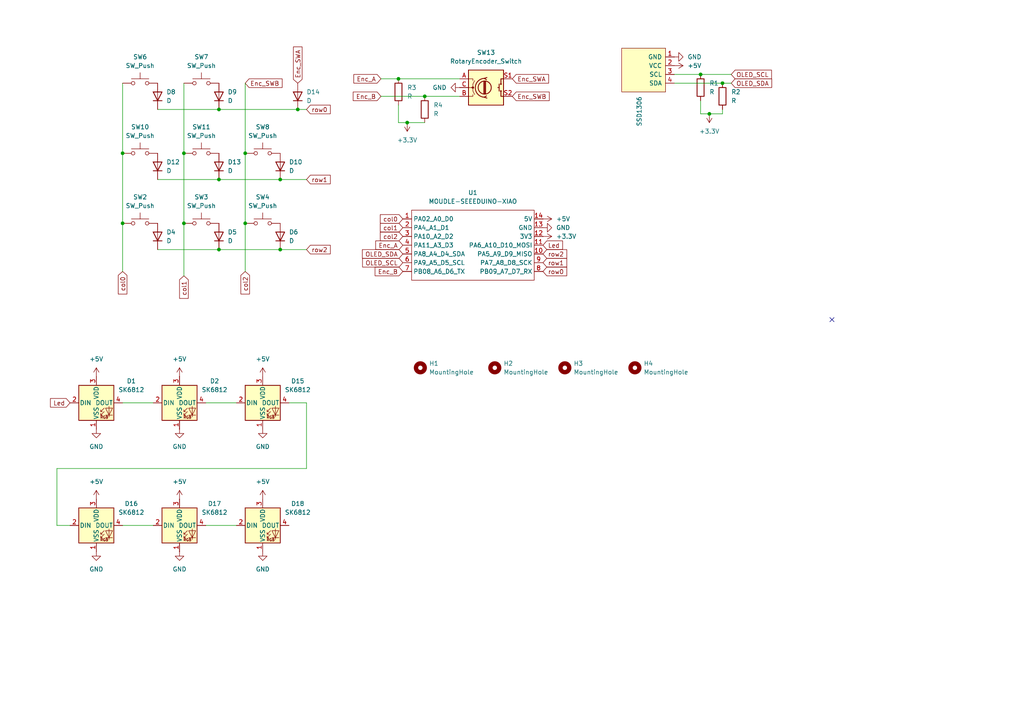
<source format=kicad_sch>
(kicad_sch (version 20231120) (generator "eeschema") (generator_version "8.0")
  (paper "A4")
  (lib_symbols
    (symbol "Device:D" (pin_numbers hide) (pin_names (offset 1.016) hide)
      (property "Reference" "D" (at 0 2.54 0))
      (property "Value" "D" (at 0 -2.54 0))
      (symbol "D_0_1"
        (polyline (pts (xy -1.27 1.27) (xy -1.27 -1.27)) (stroke (width 0.254)))
        (polyline (pts (xy 1.27 0) (xy -1.27 0)))
        (polyline (pts (xy 1.27 1.27) (xy 1.27 -1.27) (xy -1.27 0) (xy 1.27 1.27)) (stroke (width 0.254)))
      )
      (symbol "D_1_1"
        (pin passive line (at -3.81 0 0) (length 2.54) (name "K") (number "1"))
        (pin passive line (at 3.81 0 180) (length 2.54) (name "A") (number "2"))
      )
    )
    (symbol "Device:R" (pin_numbers hide) (pin_names (offset 0))
      (property "Reference" "R" (at 2.032 0 90))
      (property "Value" "R" (at 0 0 90))
      (symbol "R_0_1"
        (rectangle (start -1.016 -2.54) (end 1.016 2.54) (stroke (width 0.254)))
      )
      (symbol "R_1_1"
        (pin passive line (at 0 3.81 270) (length 1.27) (name "~") (number "1"))
        (pin passive line (at 0 -3.81 90) (length 1.27) (name "~") (number "2"))
      )
    )
    (symbol "Device:RotaryEncoder_Switch" (pin_names (offset 0.254) hide)
      (property "Reference" "SW" (at 0 6.604 0))
      (property "Value" "RotaryEncoder_Switch" (at 0 -6.604 0))
      (symbol "RotaryEncoder_Switch_0_1"
        (rectangle (start -5.08 5.08) (end 5.08 -5.08) (stroke (width 0.254)) (fill (type background)))
        (circle (center -3.81 0) (radius 0.254) (fill (type outline)))
        (circle (center -0.381 0) (radius 1.905) (stroke (width 0.254)))
        (arc (start -0.381 2.667) (mid -3.0988 -0.0635) (end -0.381 -2.794) (stroke (width 0.254)))
        (polyline (pts (xy -0.635 -1.778) (xy -0.635 1.778)) (stroke (width 0.254)))
        (polyline (pts (xy -0.381 -1.778) (xy -0.381 1.778)) (stroke (width 0.254)))
        (polyline (pts (xy -0.127 1.778) (xy -0.127 -1.778)) (stroke (width 0.254)))
        (polyline (pts (xy 3.81 0) (xy 3.429 0)) (stroke (width 0.254)))
        (polyline (pts (xy 3.81 1.016) (xy 3.81 -1.016)) (stroke (width 0.254)))
        (polyline (pts (xy -5.08 -2.54) (xy -3.81 -2.54) (xy -3.81 -2.032)))
        (polyline (pts (xy -5.08 2.54) (xy -3.81 2.54) (xy -3.81 2.032)))
        (polyline (pts (xy 0.254 -3.048) (xy -0.508 -2.794) (xy 0.127 -2.413)) (stroke (width 0.254)))
        (polyline (pts (xy 0.254 2.921) (xy -0.508 2.667) (xy 0.127 2.286)) (stroke (width 0.254)))
        (polyline (pts (xy 5.08 -2.54) (xy 4.318 -2.54) (xy 4.318 -1.016)) (stroke (width 0.254)))
        (polyline (pts (xy 5.08 2.54) (xy 4.318 2.54) (xy 4.318 1.016)) (stroke (width 0.254)))
        (polyline (pts (xy -5.08 0) (xy -3.81 0) (xy -3.81 -1.016) (xy -3.302 -2.032)))
        (polyline (pts (xy -4.318 0) (xy -3.81 0) (xy -3.81 1.016) (xy -3.302 2.032)))
        (circle (center 4.318 -1.016) (radius 0.127) (stroke (width 0.254)))
        (circle (center 4.318 1.016) (radius 0.127) (stroke (width 0.254)))
      )
      (symbol "RotaryEncoder_Switch_1_1"
        (pin passive line (at -7.62 2.54 0) (length 2.54) (name "A") (number "A"))
        (pin passive line (at -7.62 -2.54 0) (length 2.54) (name "B") (number "B"))
        (pin passive line (at -7.62 0 0) (length 2.54) (name "C") (number "C"))
        (pin passive line (at 7.62 2.54 180) (length 2.54) (name "S1") (number "S1"))
        (pin passive line (at 7.62 -2.54 180) (length 2.54) (name "S2") (number "S2"))
      )
    )
    (symbol "LED:SK6812" (pin_names (offset 0.254))
      (property "Reference" "D" (at 5.08 5.715 0))
      (property "Value" "SK6812" (at 1.27 -5.715 0))
      (symbol "SK6812_0_0"
        (text "RGB" (at 2.286 -4.191 0) (effects (font (size 0.762 0.762))))
      )
      (symbol "SK6812_0_1"
        (polyline (pts (xy 1.27 -3.556) (xy 1.778 -3.556)))
        (polyline (pts (xy 1.27 -2.54) (xy 1.778 -2.54)))
        (polyline (pts (xy 4.699 -3.556) (xy 2.667 -3.556)))
        (polyline (pts (xy 2.286 -2.54) (xy 1.27 -3.556) (xy 1.27 -3.048)))
        (polyline (pts (xy 2.286 -1.524) (xy 1.27 -2.54) (xy 1.27 -2.032)))
        (polyline (pts (xy 3.683 -1.016) (xy 3.683 -3.556) (xy 3.683 -4.064)))
        (polyline (pts (xy 4.699 -1.524) (xy 2.667 -1.524) (xy 3.683 -3.556) (xy 4.699 -1.524)))
        (rectangle (start 5.08 5.08) (end -5.08 -5.08) (stroke (width 0.254)) (fill (type background)))
      )
      (symbol "SK6812_1_1"
        (pin power_in line (at 0 -7.62 90) (length 2.54) (name "VSS") (number "1"))
        (pin input line (at -7.62 0 0) (length 2.54) (name "DIN") (number "2"))
        (pin power_in line (at 0 7.62 270) (length 2.54) (name "VDD") (number "3"))
        (pin output line (at 7.62 0 180) (length 2.54) (name "DOUT") (number "4"))
      )
    )
    (symbol "Mechanical:MountingHole" (pin_names (offset 1.016)) (exclude_from_sim yes) (in_bom no)
      (property "Reference" "H" (at 0 5.08 0))
      (property "Value" "MountingHole" (at 0 3.175 0))
      (symbol "MountingHole_0_1"
        (circle (center 0 0) (radius 1.27) (stroke (width 1.27)))
      )
    )
    (symbol "SSD1306-128x64_OLED:SSD1306" (pin_names (offset 1.016))
      (property "Reference" "Brd" (at 0 -3.81 0))
      (property "Value" "SSD1306" (at 0 -1.27 0))
      (symbol "SSD1306_0_1"
        (rectangle (start -6.35 6.35) (end 6.35 -6.35) (fill (type background)))
      )
      (symbol "SSD1306_1_1"
        (pin input line (at -3.81 8.89 270) (length 2.54) (name "GND") (number "1"))
        (pin input line (at -1.27 8.89 270) (length 2.54) (name "VCC") (number "2"))
        (pin input line (at 1.27 8.89 270) (length 2.54) (name "SCL") (number "3"))
        (pin input line (at 3.81 8.89 270) (length 2.54) (name "SDA") (number "4"))
      )
    )
    (symbol "Switch:SW_Push" (pin_numbers hide) (pin_names (offset 1.016) hide)
      (property "Reference" "SW" (at 1.27 2.54 0))
      (property "Value" "SW_Push" (at 0 -1.524 0))
      (symbol "SW_Push_0_1"
        (circle (center -2.032 0) (radius 0.508))
        (polyline (pts (xy 0 1.27) (xy 0 3.048)))
        (polyline (pts (xy 2.54 1.27) (xy -2.54 1.27)))
        (circle (center 2.032 0) (radius 0.508))
        (pin passive line (at -5.08 0 0) (length 2.54) (name "1") (number "1"))
        (pin passive line (at 5.08 0 180) (length 2.54) (name "2") (number "2"))
      )
    )
    (symbol "XIAO_RP2040:MOUDLE-SEEEDUINO-XIAO"
      (property "Reference" "U" (at -16.51 11.43 0))
      (property "Value" "MOUDLE-SEEEDUINO-XIAO" (at -3.81 -11.43 0))
      (symbol "MOUDLE-SEEEDUINO-XIAO_0_1"
        (rectangle (start -16.51 10.16) (end 19.05 -10.16))
      )
      (symbol "MOUDLE-SEEEDUINO-XIAO_1_1"
        (pin passive line (at -19.05 7.62 0) (length 2.54) (name "PA02_A0_D0") (number "1"))
        (pin passive line (at 21.59 -2.54 180) (length 2.54) (name "PA5_A9_D9_MISO") (number "10"))
        (pin passive line (at 21.59 0 180) (length 2.54) (name "PA6_A10_D10_MOSI") (number "11"))
        (pin passive line (at 21.59 2.54 180) (length 2.54) (name "3V3") (number "12"))
        (pin passive line (at 21.59 5.08 180) (length 2.54) (name "GND") (number "13"))
        (pin passive line (at 21.59 7.62 180) (length 2.54) (name "5V") (number "14"))
        (pin passive line (at -19.05 5.08 0) (length 2.54) (name "PA4_A1_D1") (number "2"))
        (pin passive line (at -19.05 2.54 0) (length 2.54) (name "PA10_A2_D2") (number "3"))
        (pin passive line (at -19.05 0 0) (length 2.54) (name "PA11_A3_D3") (number "4"))
        (pin passive line (at -19.05 -2.54 0) (length 2.54) (name "PA8_A4_D4_SDA") (number "5"))
        (pin passive line (at -19.05 -5.08 0) (length 2.54) (name "PA9_A5_D5_SCL") (number "6"))
        (pin passive line (at -19.05 -7.62 0) (length 2.54) (name "PB08_A6_D6_TX") (number "7"))
        (pin passive line (at 21.59 -7.62 180) (length 2.54) (name "PB09_A7_D7_RX") (number "8"))
        (pin passive line (at 21.59 -5.08 180) (length 2.54) (name "PA7_A8_D8_SCK") (number "9"))
      )
    )
    (symbol "power:+3.3V" (power) (pin_numbers hide) (pin_names (offset 0) hide)
      (property "Value" "+3.3V" (at 0 3.556 0))
      (symbol "+3.3V_0_1"
        (polyline (pts (xy -0.762 1.27) (xy 0 2.54)))
        (polyline (pts (xy 0 0) (xy 0 2.54)))
        (polyline (pts (xy 0 2.54) (xy 0.762 1.27)))
      )
      (symbol "+3.3V_1_1"
        (pin power_in line (at 0 0 90) (length 0) (name "~") (number "1"))
      )
    )
    (symbol "power:+5V" (power) (pin_numbers hide) (pin_names (offset 0) hide)
      (property "Value" "+5V" (at 0 3.556 0))
      (symbol "+5V_0_1"
        (polyline (pts (xy -0.762 1.27) (xy 0 2.54)))
        (polyline (pts (xy 0 0) (xy 0 2.54)))
        (polyline (pts (xy 0 2.54) (xy 0.762 1.27)))
      )
      (symbol "+5V_1_1"
        (pin power_in line (at 0 0 90) (length 0) (name "~") (number "1"))
      )
    )
    (symbol "power:GND" (power) (pin_numbers hide) (pin_names (offset 0) hide)
      (property "Value" "GND" (at 0 -3.81 0))
      (symbol "GND_0_1"
        (polyline (pts (xy 0 0) (xy 0 -1.27) (xy 1.27 -1.27) (xy 0 -2.54) (xy -1.27 -1.27) (xy 0 -1.27)))
      )
      (symbol "GND_1_1"
        (pin power_in line (at 0 0 270) (length 0) (name "~") (number "1"))
      )
    )
  )
  (junction (at 71.12 44.45))
  (junction (at 53.34 64.77))
  (junction (at 81.28 72.39))
  (junction (at 209.55 24.13))
  (junction (at 63.5 31.75))
  (junction (at 81.28 52.07))
  (junction (at 86.36 31.75))
  (junction (at 118.11 35.56))
  (junction (at 63.5 72.39))
  (junction (at 35.56 44.45))
  (junction (at 203.2 21.59))
  (junction (at 123.19 27.94))
  (junction (at 71.12 64.77))
  (junction (at 205.74 33.02))
  (junction (at 35.56 64.77))
  (junction (at 115.57 22.86))
  (junction (at 63.5 52.07))
  (junction (at 53.34 44.45))
  (no_connect (at 241.3 92.71))
  (wire (pts (xy 35.56 152.4) (xy 44.45 152.4)))
  (wire (pts (xy 212.09 21.59) (xy 203.2 21.59)))
  (wire (pts (xy 45.72 72.39) (xy 63.5 72.39)))
  (wire (pts (xy 203.2 21.59) (xy 195.58 21.59)))
  (wire (pts (xy 45.72 31.75) (xy 63.5 31.75)))
  (wire (pts (xy 88.9 135.89) (xy 16.51 135.89)))
  (wire (pts (xy 205.74 33.02) (xy 209.55 33.02)))
  (wire (pts (xy 86.36 31.75) (xy 88.9 31.75)))
  (wire (pts (xy 115.57 35.56) (xy 118.11 35.56)))
  (wire (pts (xy 118.11 35.56) (xy 123.19 35.56)))
  (wire (pts (xy 35.56 116.84) (xy 44.45 116.84)))
  (wire (pts (xy 63.5 52.07) (xy 81.28 52.07)))
  (wire (pts (xy 212.09 24.13) (xy 209.55 24.13)))
  (wire (pts (xy 59.69 152.4) (xy 68.58 152.4)))
  (wire (pts (xy 35.56 44.45) (xy 35.56 24.13)))
  (wire (pts (xy 123.19 27.94) (xy 133.35 27.94)))
  (wire (pts (xy 110.49 27.94) (xy 123.19 27.94)))
  (wire (pts (xy 59.69 116.84) (xy 68.58 116.84)))
  (wire (pts (xy 203.2 33.02) (xy 205.74 33.02)))
  (wire (pts (xy 16.51 152.4) (xy 20.32 152.4)))
  (wire (pts (xy 71.12 44.45) (xy 71.12 64.77)))
  (wire (pts (xy 203.2 29.21) (xy 203.2 33.02)))
  (wire (pts (xy 81.28 72.39) (xy 88.9 72.39)))
  (wire (pts (xy 88.9 116.84) (xy 88.9 135.89)))
  (wire (pts (xy 53.34 64.77) (xy 53.34 44.45)))
  (wire (pts (xy 209.55 33.02) (xy 209.55 31.75)))
  (wire (pts (xy 209.55 24.13) (xy 195.58 24.13)))
  (wire (pts (xy 35.56 78.74) (xy 35.56 64.77)))
  (wire (pts (xy 53.34 80.01) (xy 53.34 64.77)))
  (wire (pts (xy 115.57 22.86) (xy 133.35 22.86)))
  (wire (pts (xy 71.12 64.77) (xy 71.12 78.74)))
  (wire (pts (xy 115.57 30.48) (xy 115.57 35.56)))
  (wire (pts (xy 63.5 72.39) (xy 81.28 72.39)))
  (wire (pts (xy 71.12 24.13) (xy 71.12 44.45)))
  (wire (pts (xy 35.56 64.77) (xy 35.56 44.45)))
  (wire (pts (xy 110.49 22.86) (xy 115.57 22.86)))
  (wire (pts (xy 53.34 24.13) (xy 53.34 44.45)))
  (wire (pts (xy 63.5 31.75) (xy 86.36 31.75)))
  (wire (pts (xy 83.82 116.84) (xy 88.9 116.84)))
  (wire (pts (xy 16.51 135.89) (xy 16.51 152.4)))
  (wire (pts (xy 81.28 52.07) (xy 88.9 52.07)))
  (wire (pts (xy 45.72 52.07) (xy 63.5 52.07)))
  (global_label "row0" (shape input) (at 157.48 78.74 0) (property "Intersheetrefs" "${INTERSHEET_REFS}" (effects (hide yes))))
  (global_label "col0" (shape input) (at 116.84 63.5 180) (property "Intersheetrefs" "${INTERSHEET_REFS}" (effects (hide yes))))
  (global_label "row2" (shape input) (at 88.9 72.39 0) (property "Intersheetrefs" "${INTERSHEET_REFS}" (effects (hide yes))))
  (global_label "OLED_SCL" (shape input) (at 116.84 76.2 180) (property "Intersheetrefs" "${INTERSHEET_REFS}" (effects (hide yes))))
  (global_label "row0" (shape input) (at 88.9 31.75 0) (property "Intersheetrefs" "${INTERSHEET_REFS}" (effects (hide yes))))
  (global_label "col1" (shape input) (at 116.84 66.04 180) (property "Intersheetrefs" "${INTERSHEET_REFS}" (effects (hide yes))))
  (global_label "OLED_SDA" (shape input) (at 116.84 73.66 180) (property "Intersheetrefs" "${INTERSHEET_REFS}" (effects (hide yes))))
  (global_label "Enc_B" (shape input) (at 110.49 27.94 180) (property "Intersheetrefs" "${INTERSHEET_REFS}" (effects (hide yes))))
  (global_label "row1" (shape input) (at 157.48 76.2 0) (property "Intersheetrefs" "${INTERSHEET_REFS}" (effects (hide yes))))
  (global_label "Led" (shape input) (at 20.32 116.84 180) (property "Intersheetrefs" "${INTERSHEET_REFS}" (effects (hide yes))))
  (global_label "col0" (shape input) (at 35.56 78.74 270) (property "Intersheetrefs" "${INTERSHEET_REFS}" (effects (hide yes))))
  (global_label "Enc_SWB" (shape input) (at 71.12 24.13 0) (property "Intersheetrefs" "${INTERSHEET_REFS}" (effects (hide yes))))
  (global_label "Led" (shape input) (at 157.48 71.12 0) (property "Intersheetrefs" "${INTERSHEET_REFS}" (effects (hide yes))))
  (global_label "OLED_SCL" (shape input) (at 212.09 21.59 0) (property "Intersheetrefs" "${INTERSHEET_REFS}" (effects (hide yes))))
  (global_label "Enc_SWB" (shape input) (at 148.59 27.94 0) (property "Intersheetrefs" "${INTERSHEET_REFS}" (effects (hide yes))))
  (global_label "OLED_SDA" (shape input) (at 212.09 24.13 0) (property "Intersheetrefs" "${INTERSHEET_REFS}" (effects (hide yes))))
  (global_label "row1" (shape input) (at 88.9 52.07 0) (property "Intersheetrefs" "${INTERSHEET_REFS}" (effects (hide yes))))
  (global_label "col2" (shape input) (at 71.12 78.74 270) (property "Intersheetrefs" "${INTERSHEET_REFS}" (effects (hide yes))))
  (global_label "row2" (shape input) (at 157.48 73.66 0) (property "Intersheetrefs" "${INTERSHEET_REFS}" (effects (hide yes))))
  (global_label "Enc_A" (shape input) (at 110.49 22.86 180) (property "Intersheetrefs" "${INTERSHEET_REFS}" (effects (hide yes))))
  (global_label "Enc_A" (shape input) (at 116.84 71.12 180) (property "Intersheetrefs" "${INTERSHEET_REFS}" (effects (hide yes))))
  (global_label "Enc_B" (shape input) (at 116.84 78.74 180) (property "Intersheetrefs" "${INTERSHEET_REFS}" (effects (hide yes))))
  (global_label "col1" (shape input) (at 53.34 80.01 270) (property "Intersheetrefs" "${INTERSHEET_REFS}" (effects (hide yes))))
  (global_label "Enc_SWA" (shape input) (at 86.36 24.13 90) (property "Intersheetrefs" "${INTERSHEET_REFS}" (effects (hide yes))))
  (global_label "col2" (shape input) (at 116.84 68.58 180) (property "Intersheetrefs" "${INTERSHEET_REFS}" (effects (hide yes))))
  (global_label "Enc_SWA" (shape input) (at 148.59 22.86 0) (property "Intersheetrefs" "${INTERSHEET_REFS}" (effects (hide yes))))
  (symbol (lib_id "Device:RotaryEncoder_Switch") (at 140.97 25.4 0) (unit 1)
    (property "Reference" "SW13" (at 140.97 15.24 0))
    (property "Value" "RotaryEncoder_Switch" (at 140.97 17.78 0))
    (property "Footprint" "Rotary_Encoder:RotaryEncoder_Alps_EC11E-Switch_Vertical_H20mm" (effects (hide yes)))
    (property "Description" "Rotary encoder, dual channel, incremental quadrate outputs, with switch" (effects (hide yes)))
  )
  (symbol (lib_id "LED:SK6812") (at 76.2 116.84 0) (unit 1)
    (property "Reference" "D15" (at 86.36 110.5214 0))
    (property "Value" "SK6812" (at 86.36 113.0614 0))
    (property "Footprint" "LED_SMD:LED_SK6812_PLCC4_5.0x5.0mm_P3.2mm" (effects (hide yes)))
    (property "Datasheet" "https://cdn-shop.adafruit.com/product-files/1138/SK6812+LED+datasheet+.pdf" (effects (hide yes)))
    (property "Description" "RGB LED with integrated controller" (effects (hide yes)))
  )
  (symbol (lib_id "Mechanical:MountingHole") (at 143.51 106.68 0) (unit 1) (exclude_from_sim yes) (in_bom no)
    (property "Reference" "H2" (at 146.05 105.4099 0) (effects (justify left)))
    (property "Value" "MountingHole" (at 146.05 107.9499 0) (effects (justify left)))
    (property "Footprint" "MountingHole:MountingHole_3.2mm_M3" (effects (hide yes)))
    (property "Description" "Mounting Hole without connection" (effects (hide yes)))
  )
  (symbol (lib_id "SSD1306-128x64_OLED:SSD1306") (at 186.69 20.32 270) (unit 1)
    (property "Reference" "Brd1" (effects (hide yes)))
    (property "Value" "SSD1306" (at 185.4201 27.94 0) (effects (justify left)))
    (property "Footprint" "SSD1306:128x64OLED" (effects (hide yes)))
    (property "Description" "SSD1306 OLED" (effects (hide yes)))
  )
  (symbol (lib_id "power:+5V") (at 52.07 144.78 0) (unit 1)
    (property "Reference" "#PWR010" (effects (hide yes)))
    (property "Value" "+5V" (at 52.07 139.7 0))
    (property "Description" "Power symbol creates a global label with name \"+5V\"" (effects (hide yes)))
  )
  (symbol (lib_id "Device:D") (at 86.36 27.94 90) (unit 1)
    (property "Reference" "D14" (at 88.9 26.6699 90) (effects (justify right)))
    (property "Value" "D" (at 88.9 29.2099 90) (effects (justify right)))
    (property "Footprint" "Diode_THT:D_DO-35_SOD27_P7.62mm_Horizontal" (effects (hide yes)))
    (property "Description" "Diode" (effects (hide yes)))
    (property "Sim.Device" "D" (effects (hide yes)))
    (property "Sim.Pins" "1=K 2=A" (effects (hide yes)))
  )
  (symbol (lib_id "Device:D") (at 45.72 68.58 90) (unit 1)
    (property "Reference" "D4" (at 48.26 67.3099 90) (effects (justify right)))
    (property "Value" "D" (at 48.26 69.8499 90) (effects (justify right)))
    (property "Footprint" "Diode_THT:D_DO-35_SOD27_P7.62mm_Horizontal" (effects (hide yes)))
    (property "Description" "Diode" (effects (hide yes)))
    (property "Sim.Device" "D" (effects (hide yes)))
    (property "Sim.Pins" "1=K 2=A" (effects (hide yes)))
  )
  (symbol (lib_id "power:+5V") (at 52.07 109.22 0) (unit 1)
    (property "Reference" "#PWR09" (effects (hide yes)))
    (property "Value" "+5V" (at 52.07 104.14 0))
    (property "Description" "Power symbol creates a global label with name \"+5V\"" (effects (hide yes)))
  )
  (symbol (lib_id "LED:SK6812") (at 52.07 116.84 0) (unit 1)
    (property "Reference" "D2" (at 62.23 110.5214 0))
    (property "Value" "SK6812" (at 62.23 113.0614 0))
    (property "Footprint" "LED_SMD:LED_SK6812_PLCC4_5.0x5.0mm_P3.2mm" (effects (hide yes)))
    (property "Datasheet" "https://cdn-shop.adafruit.com/product-files/1138/SK6812+LED+datasheet+.pdf" (effects (hide yes)))
    (property "Description" "RGB LED with integrated controller" (effects (hide yes)))
  )
  (symbol (lib_id "power:GND") (at 52.07 160.02 0) (unit 1)
    (property "Reference" "#PWR017" (effects (hide yes)))
    (property "Value" "GND" (at 52.07 165.1 0))
    (property "Description" "Power symbol creates a global label with name \"GND\" , ground" (effects (hide yes)))
  )
  (symbol (lib_id "power:+3.3V") (at 118.11 35.56 180) (unit 1)
    (property "Reference" "#PWR020" (effects (hide yes)))
    (property "Value" "+3.3V" (at 118.11 40.64 0))
    (property "Description" "Power symbol creates a global label with name \"+3.3V\"" (effects (hide yes)))
  )
  (symbol (lib_id "Mechanical:MountingHole") (at 121.92 106.68 0) (unit 1) (exclude_from_sim yes) (in_bom no)
    (property "Reference" "H1" (at 124.46 105.4099 0) (effects (justify left)))
    (property "Value" "MountingHole" (at 124.46 107.9499 0) (effects (justify left)))
    (property "Footprint" "MountingHole:MountingHole_3.2mm_M3" (effects (hide yes)))
    (property "Description" "Mounting Hole without connection" (effects (hide yes)))
  )
  (symbol (lib_id "Device:R") (at 203.2 25.4 0) (unit 1)
    (property "Reference" "R1" (at 205.74 24.1299 0) (effects (justify left)))
    (property "Value" "R" (at 205.74 26.6699 0) (effects (justify left)))
    (property "Footprint" "Resistor_THT:R_Axial_DIN0204_L3.6mm_D1.6mm_P7.62mm_Horizontal" (effects (hide yes)))
    (property "Description" "Resistor" (effects (hide yes)))
  )
  (symbol (lib_id "XIAO_RP2040:MOUDLE-SEEEDUINO-XIAO") (at 135.89 71.12 0) (unit 1)
    (property "Reference" "U1" (at 137.16 55.88 0))
    (property "Value" "MOUDLE-SEEEDUINO-XIAO" (at 137.16 58.42 0))
    (property "Footprint" "footprints:XIAO-Generic-Hybrid-14P-2.54-21X17.8MM" (effects (hide yes)))
  )
  (symbol (lib_id "power:+5V") (at 76.2 144.78 0) (unit 1)
    (property "Reference" "#PWR014" (effects (hide yes)))
    (property "Value" "+5V" (at 76.2 139.7 0))
    (property "Description" "Power symbol creates a global label with name \"+5V\"" (effects (hide yes)))
  )
  (symbol (lib_id "LED:SK6812") (at 27.94 152.4 0) (unit 1)
    (property "Reference" "D16" (at 38.1 146.0814 0))
    (property "Value" "SK6812" (at 38.1 148.6214 0))
    (property "Footprint" "LED_SMD:LED_SK6812_PLCC4_5.0x5.0mm_P3.2mm" (effects (hide yes)))
    (property "Datasheet" "https://cdn-shop.adafruit.com/product-files/1138/SK6812+LED+datasheet+.pdf" (effects (hide yes)))
    (property "Description" "RGB LED with integrated controller" (effects (hide yes)))
  )
  (symbol (lib_id "Switch:SW_Push") (at 58.42 64.77 0) (unit 1)
    (property "Reference" "SW3" (at 58.42 57.15 0))
    (property "Value" "SW_Push" (at 58.42 59.69 0))
    (property "Footprint" "footprints:MX-Solderable-1U" (effects (hide yes)))
    (property "Description" "Push button switch, generic, two pins" (effects (hide yes)))
  )
  (symbol (lib_id "Device:R") (at 209.55 27.94 0) (unit 1)
    (property "Reference" "R2" (at 212.09 26.6699 0) (effects (justify left)))
    (property "Value" "R" (at 212.09 29.2099 0) (effects (justify left)))
    (property "Footprint" "Resistor_THT:R_Axial_DIN0204_L3.6mm_D1.6mm_P7.62mm_Horizontal" (effects (hide yes)))
    (property "Description" "Resistor" (effects (hide yes)))
  )
  (symbol (lib_id "Switch:SW_Push") (at 58.42 44.45 0) (unit 1)
    (property "Reference" "SW11" (at 58.42 36.83 0))
    (property "Value" "SW_Push" (at 58.42 39.37 0))
    (property "Footprint" "footprints:MX-Solderable-1U" (effects (hide yes)))
    (property "Description" "Push button switch, generic, two pins" (effects (hide yes)))
  )
  (symbol (lib_id "Device:R") (at 115.57 26.67 0) (unit 1)
    (property "Reference" "R3" (at 118.11 25.3999 0) (effects (justify left)))
    (property "Value" "R" (at 118.11 27.9399 0) (effects (justify left)))
    (property "Footprint" "Resistor_THT:R_Axial_DIN0204_L3.6mm_D1.6mm_P7.62mm_Horizontal" (effects (hide yes)))
    (property "Description" "Resistor" (effects (hide yes)))
  )
  (symbol (lib_id "Switch:SW_Push") (at 40.64 24.13 0) (unit 1)
    (property "Reference" "SW6" (at 40.64 16.51 0))
    (property "Value" "SW_Push" (at 40.64 19.05 0))
    (property "Footprint" "footprints:MX-Solderable-1U" (effects (hide yes)))
    (property "Description" "Push button switch, generic, two pins" (effects (hide yes)))
  )
  (symbol (lib_id "power:GND") (at 76.2 124.46 0) (unit 1)
    (property "Reference" "#PWR013" (effects (hide yes)))
    (property "Value" "GND" (at 76.2 129.54 0))
    (property "Description" "Power symbol creates a global label with name \"GND\" , ground" (effects (hide yes)))
  )
  (symbol (lib_id "power:+3.3V") (at 205.74 33.02 180) (unit 1)
    (property "Reference" "#PWR016" (effects (hide yes)))
    (property "Value" "+3.3V" (at 205.74 38.1 0))
    (property "Description" "Power symbol creates a global label with name \"+3.3V\"" (effects (hide yes)))
  )
  (symbol (lib_id "power:GND") (at 157.48 66.04 90) (unit 1)
    (property "Reference" "#PWR01" (effects (hide yes)))
    (property "Value" "GND" (at 161.29 66.0399 90) (effects (justify right)))
    (property "Description" "Power symbol creates a global label with name \"GND\" , ground" (effects (hide yes)))
  )
  (symbol (lib_id "Device:D") (at 63.5 27.94 90) (unit 1)
    (property "Reference" "D9" (at 66.04 26.6699 90) (effects (justify right)))
    (property "Value" "D" (at 66.04 29.2099 90) (effects (justify right)))
    (property "Footprint" "Diode_THT:D_DO-35_SOD27_P7.62mm_Horizontal" (effects (hide yes)))
    (property "Description" "Diode" (effects (hide yes)))
    (property "Sim.Device" "D" (effects (hide yes)))
    (property "Sim.Pins" "1=K 2=A" (effects (hide yes)))
  )
  (symbol (lib_id "Device:D") (at 63.5 68.58 90) (unit 1)
    (property "Reference" "D5" (at 66.04 67.3099 90) (effects (justify right)))
    (property "Value" "D" (at 66.04 69.8499 90) (effects (justify right)))
    (property "Footprint" "Diode_THT:D_DO-35_SOD27_P7.62mm_Horizontal" (effects (hide yes)))
    (property "Description" "Diode" (effects (hide yes)))
    (property "Sim.Device" "D" (effects (hide yes)))
    (property "Sim.Pins" "1=K 2=A" (effects (hide yes)))
  )
  (symbol (lib_id "Device:D") (at 45.72 27.94 90) (unit 1)
    (property "Reference" "D8" (at 48.26 26.6699 90) (effects (justify right)))
    (property "Value" "D" (at 48.26 29.2099 90) (effects (justify right)))
    (property "Footprint" "Diode_THT:D_DO-35_SOD27_P7.62mm_Horizontal" (effects (hide yes)))
    (property "Description" "Diode" (effects (hide yes)))
    (property "Sim.Device" "D" (effects (hide yes)))
    (property "Sim.Pins" "1=K 2=A" (effects (hide yes)))
  )
  (symbol (lib_id "power:GND") (at 133.35 25.4 270) (unit 1)
    (property "Reference" "#PWR08" (effects (hide yes)))
    (property "Value" "GND" (at 129.54 25.3999 90) (effects (justify right)))
    (property "Description" "Power symbol creates a global label with name \"GND\" , ground" (effects (hide yes)))
  )
  (symbol (lib_id "Switch:SW_Push") (at 58.42 24.13 0) (unit 1)
    (property "Reference" "SW7" (at 58.42 16.51 0))
    (property "Value" "SW_Push" (at 58.42 19.05 0))
    (property "Footprint" "footprints:MX-Solderable-1U" (effects (hide yes)))
    (property "Description" "Push button switch, generic, two pins" (effects (hide yes)))
  )
  (symbol (lib_id "power:+5V") (at 76.2 109.22 0) (unit 1)
    (property "Reference" "#PWR012" (effects (hide yes)))
    (property "Value" "+5V" (at 76.2 104.14 0))
    (property "Description" "Power symbol creates a global label with name \"+5V\"" (effects (hide yes)))
  )
  (symbol (lib_id "Mechanical:MountingHole") (at 163.83 106.68 0) (unit 1) (exclude_from_sim yes) (in_bom no)
    (property "Reference" "H3" (at 166.37 105.4099 0) (effects (justify left)))
    (property "Value" "MountingHole" (at 166.37 107.9499 0) (effects (justify left)))
    (property "Footprint" "MountingHole:MountingHole_3.2mm_M3" (effects (hide yes)))
    (property "Description" "Mounting Hole without connection" (effects (hide yes)))
  )
  (symbol (lib_id "power:GND") (at 52.07 124.46 0) (unit 1)
    (property "Reference" "#PWR011" (effects (hide yes)))
    (property "Value" "GND" (at 52.07 129.54 0))
    (property "Description" "Power symbol creates a global label with name \"GND\" , ground" (effects (hide yes)))
  )
  (symbol (lib_id "power:GND") (at 27.94 124.46 0) (unit 1)
    (property "Reference" "#PWR03" (effects (hide yes)))
    (property "Value" "GND" (at 27.94 129.54 0))
    (property "Description" "Power symbol creates a global label with name \"GND\" , ground" (effects (hide yes)))
  )
  (symbol (lib_id "LED:SK6812") (at 27.94 116.84 0) (unit 1)
    (property "Reference" "D1" (at 38.1 110.5214 0))
    (property "Value" "SK6812" (at 38.1 113.0614 0))
    (property "Footprint" "LED_SMD:LED_SK6812_PLCC4_5.0x5.0mm_P3.2mm" (effects (hide yes)))
    (property "Datasheet" "https://cdn-shop.adafruit.com/product-files/1138/SK6812+LED+datasheet+.pdf" (effects (hide yes)))
    (property "Description" "RGB LED with integrated controller" (effects (hide yes)))
  )
  (symbol (lib_id "power:GND") (at 76.2 160.02 0) (unit 1)
    (property "Reference" "#PWR019" (effects (hide yes)))
    (property "Value" "GND" (at 76.2 165.1 0))
    (property "Description" "Power symbol creates a global label with name \"GND\" , ground" (effects (hide yes)))
  )
  (symbol (lib_id "power:+5V") (at 157.48 63.5 270) (unit 1)
    (property "Reference" "#PWR04" (effects (hide yes)))
    (property "Value" "+5V" (at 161.29 63.4999 90) (effects (justify left)))
    (property "Description" "Power symbol creates a global label with name \"+5V\"" (effects (hide yes)))
  )
  (symbol (lib_id "power:+5V") (at 27.94 109.22 0) (unit 1)
    (property "Reference" "#PWR06" (effects (hide yes)))
    (property "Value" "+5V" (at 27.94 104.14 0))
    (property "Description" "Power symbol creates a global label with name \"+5V\"" (effects (hide yes)))
  )
  (symbol (lib_id "power:+5V") (at 27.94 144.78 0) (unit 1)
    (property "Reference" "#PWR07" (effects (hide yes)))
    (property "Value" "+5V" (at 27.94 139.7 0))
    (property "Description" "Power symbol creates a global label with name \"+5V\"" (effects (hide yes)))
  )
  (symbol (lib_id "Switch:SW_Push") (at 76.2 44.45 0) (unit 1)
    (property "Reference" "SW8" (at 76.2 36.83 0))
    (property "Value" "SW_Push" (at 76.2 39.37 0))
    (property "Footprint" "footprints:MX-Solderable-1U" (effects (hide yes)))
    (property "Description" "Push button switch, generic, two pins" (effects (hide yes)))
  )
  (symbol (lib_id "LED:SK6812") (at 52.07 152.4 0) (unit 1)
    (property "Reference" "D17" (at 62.23 146.0814 0))
    (property "Value" "SK6812" (at 62.23 148.6214 0))
    (property "Footprint" "LED_SMD:LED_SK6812_PLCC4_5.0x5.0mm_P3.2mm" (effects (hide yes)))
    (property "Datasheet" "https://cdn-shop.adafruit.com/product-files/1138/SK6812+LED+datasheet+.pdf" (effects (hide yes)))
    (property "Description" "RGB LED with integrated controller" (effects (hide yes)))
  )
  (symbol (lib_id "Device:D") (at 81.28 68.58 90) (unit 1)
    (property "Reference" "D6" (at 83.82 67.3099 90) (effects (justify right)))
    (property "Value" "D" (at 83.82 69.8499 90) (effects (justify right)))
    (property "Footprint" "Diode_THT:D_DO-35_SOD27_P7.62mm_Horizontal" (effects (hide yes)))
    (property "Description" "Diode" (effects (hide yes)))
    (property "Sim.Device" "D" (effects (hide yes)))
    (property "Sim.Pins" "1=K 2=A" (effects (hide yes)))
  )
  (symbol (lib_id "Device:D") (at 63.5 48.26 90) (unit 1)
    (property "Reference" "D13" (at 66.04 46.9899 90) (effects (justify right)))
    (property "Value" "D" (at 66.04 49.5299 90) (effects (justify right)))
    (property "Footprint" "Diode_THT:D_DO-35_SOD27_P7.62mm_Horizontal" (effects (hide yes)))
    (property "Description" "Diode" (effects (hide yes)))
    (property "Sim.Device" "D" (effects (hide yes)))
    (property "Sim.Pins" "1=K 2=A" (effects (hide yes)))
  )
  (symbol (lib_id "Device:D") (at 81.28 48.26 90) (unit 1)
    (property "Reference" "D10" (at 83.82 46.9899 90) (effects (justify right)))
    (property "Value" "D" (at 83.82 49.5299 90) (effects (justify right)))
    (property "Footprint" "Diode_THT:D_DO-35_SOD27_P7.62mm_Horizontal" (effects (hide yes)))
    (property "Description" "Diode" (effects (hide yes)))
    (property "Sim.Device" "D" (effects (hide yes)))
    (property "Sim.Pins" "1=K 2=A" (effects (hide yes)))
  )
  (symbol (lib_id "Mechanical:MountingHole") (at 184.15 106.68 0) (unit 1) (exclude_from_sim yes) (in_bom no)
    (property "Reference" "H4" (at 186.69 105.4099 0) (effects (justify left)))
    (property "Value" "MountingHole" (at 186.69 107.9499 0) (effects (justify left)))
    (property "Footprint" "MountingHole:MountingHole_3.2mm_M3" (effects (hide yes)))
    (property "Description" "Mounting Hole without connection" (effects (hide yes)))
  )
  (symbol (lib_id "Switch:SW_Push") (at 76.2 64.77 0) (unit 1)
    (property "Reference" "SW4" (at 76.2 57.15 0))
    (property "Value" "SW_Push" (at 76.2 59.69 0))
    (property "Footprint" "footprints:MX-Solderable-1U" (effects (hide yes)))
    (property "Description" "Push button switch, generic, two pins" (effects (hide yes)))
  )
  (symbol (lib_id "power:+5V") (at 195.58 19.05 270) (unit 1)
    (property "Reference" "#PWR05" (effects (hide yes)))
    (property "Value" "+5V" (at 199.39 19.0499 90) (effects (justify left)))
    (property "Description" "Power symbol creates a global label with name \"+5V\"" (effects (hide yes)))
  )
  (symbol (lib_id "power:GND") (at 27.94 160.02 0) (unit 1)
    (property "Reference" "#PWR015" (effects (hide yes)))
    (property "Value" "GND" (at 27.94 165.1 0))
    (property "Description" "Power symbol creates a global label with name \"GND\" , ground" (effects (hide yes)))
  )
  (symbol (lib_id "power:+3.3V") (at 157.48 68.58 270) (unit 1)
    (property "Reference" "#PWR018" (effects (hide yes)))
    (property "Value" "+3.3V" (at 161.29 68.5799 90) (effects (justify left)))
    (property "Description" "Power symbol creates a global label with name \"+3.3V\"" (effects (hide yes)))
  )
  (symbol (lib_id "LED:SK6812") (at 76.2 152.4 0) (unit 1)
    (property "Reference" "D18" (at 86.36 146.0814 0))
    (property "Value" "SK6812" (at 86.36 148.6214 0))
    (property "Footprint" "LED_SMD:LED_SK6812_PLCC4_5.0x5.0mm_P3.2mm" (effects (hide yes)))
    (property "Datasheet" "https://cdn-shop.adafruit.com/product-files/1138/SK6812+LED+datasheet+.pdf" (effects (hide yes)))
    (property "Description" "RGB LED with integrated controller" (effects (hide yes)))
  )
  (symbol (lib_id "Switch:SW_Push") (at 40.64 44.45 0) (unit 1)
    (property "Reference" "SW10" (at 40.64 36.83 0))
    (property "Value" "SW_Push" (at 40.64 39.37 0))
    (property "Footprint" "footprints:MX-Solderable-1U" (effects (hide yes)))
    (property "Description" "Push button switch, generic, two pins" (effects (hide yes)))
  )
  (symbol (lib_id "Device:R") (at 123.19 31.75 0) (unit 1)
    (property "Reference" "R4" (at 125.73 30.4799 0) (effects (justify left)))
    (property "Value" "R" (at 125.73 33.0199 0) (effects (justify left)))
    (property "Footprint" "Resistor_THT:R_Axial_DIN0204_L3.6mm_D1.6mm_P7.62mm_Horizontal" (effects (hide yes)))
    (property "Description" "Resistor" (effects (hide yes)))
  )
  (symbol (lib_id "Switch:SW_Push") (at 40.64 64.77 0) (unit 1)
    (property "Reference" "SW2" (at 40.64 57.15 0))
    (property "Value" "SW_Push" (at 40.64 59.69 0))
    (property "Footprint" "footprints:MX-Solderable-1U" (effects (hide yes)))
    (property "Description" "Push button switch, generic, two pins" (effects (hide yes)))
  )
  (symbol (lib_id "power:GND") (at 195.58 16.51 90) (unit 1)
    (property "Reference" "#PWR02" (effects (hide yes)))
    (property "Value" "GND" (at 199.39 16.5099 90) (effects (justify right)))
    (property "Description" "Power symbol creates a global label with name \"GND\" , ground" (effects (hide yes)))
  )
  (symbol (lib_id "Device:D") (at 45.72 48.26 90) (unit 1)
    (property "Reference" "D12" (at 48.26 46.9899 90) (effects (justify right)))
    (property "Value" "D" (at 48.26 49.5299 90) (effects (justify right)))
    (property "Footprint" "Diode_THT:D_DO-35_SOD27_P7.62mm_Horizontal" (effects (hide yes)))
    (property "Description" "Diode" (effects (hide yes)))
    (property "Sim.Device" "D" (effects (hide yes)))
    (property "Sim.Pins" "1=K 2=A" (effects (hide yes)))
  )
)
</source>
